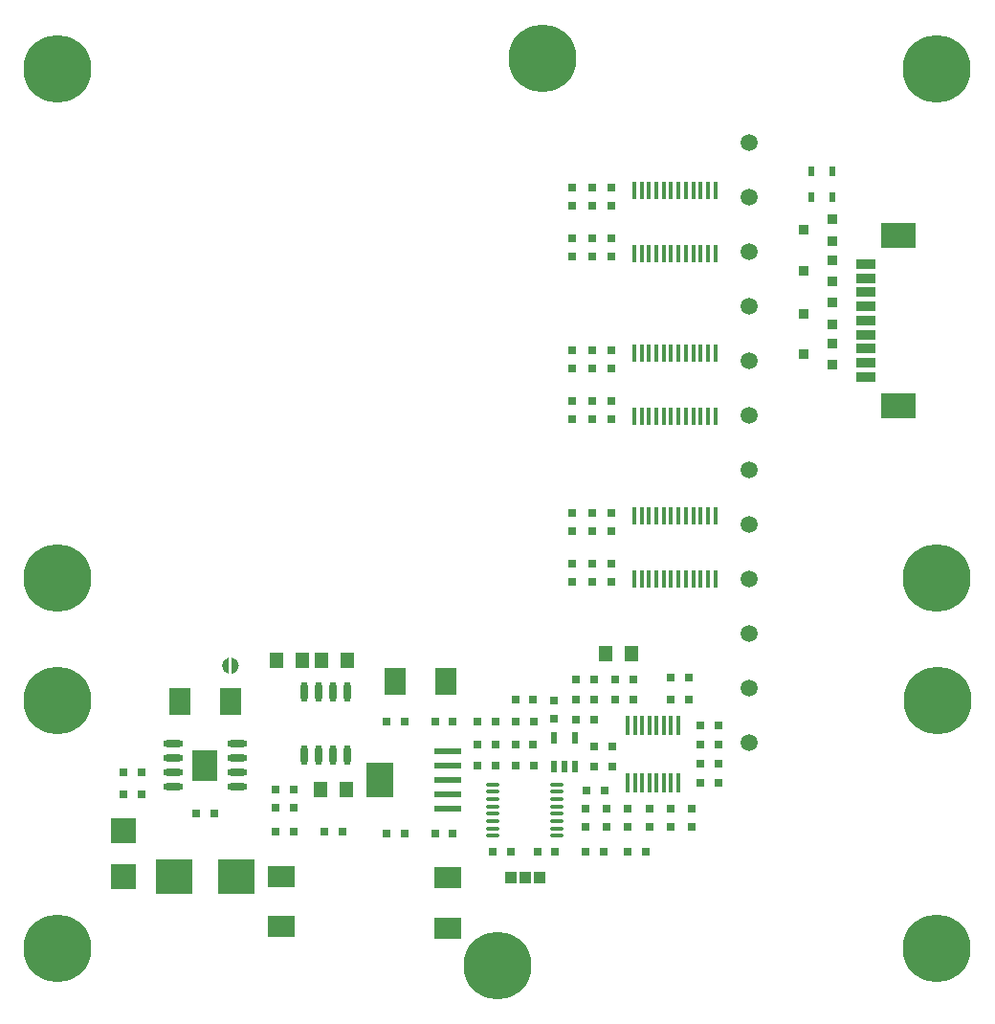
<source format=gbr>
G04*
G04 #@! TF.GenerationSoftware,Altium Limited,Altium Designer,25.8.1 (18)*
G04*
G04 Layer_Color=255*
%FSLAX44Y44*%
%MOMM*%
G71*
G04*
G04 #@! TF.SameCoordinates,68482A9D-35D4-4593-95C8-0FE79975008A*
G04*
G04*
G04 #@! TF.FilePolarity,Positive*
G04*
G01*
G75*
%ADD20R,0.3500X1.8000*%
%ADD21R,1.0500X1.0500*%
%ADD22R,0.8000X0.7000*%
%ADD23R,2.3455X0.6325*%
%ADD24R,2.3455X3.1725*%
%ADD25R,0.7000X0.8000*%
%ADD26R,2.3000X2.8000*%
%ADD27O,1.8000X0.6000*%
%ADD28R,1.8796X2.3622*%
%ADD29R,0.9500X0.9000*%
%ADD30R,0.3500X1.5000*%
%ADD31O,0.6000X1.8000*%
%ADD32R,1.2696X1.3462*%
%ADD33R,2.3000X2.2860*%
%ADD34R,2.3622X1.8796*%
%ADD35O,1.3000X0.3500*%
%ADD36R,0.6000X1.0000*%
%ADD37R,1.7018X0.8128*%
%ADD38R,3.0988X2.2098*%
%ADD39R,0.8000X0.7000*%
%ADD40R,3.3000X3.1500*%
%ADD41R,0.6000X0.9000*%
%ADD67C,6.0000*%
%ADD73C,1.5000*%
%ADD83C,0.8000*%
%ADD84C,0.7000*%
G36*
G01X190221Y293689D02*
G02Y278916I-1302J-7386D01*
G01Y293689D01*
D02*
G37*
G36*
G01X187619Y278916D02*
G02Y293689I1302J7386D01*
G01Y278916D01*
D02*
G37*
D20*
X566250Y233807D02*
D03*
X578950D02*
D03*
X547200D02*
D03*
X553550D02*
D03*
X572600D02*
D03*
X585300D02*
D03*
X559900D02*
D03*
X540850D02*
D03*
Y182753D02*
D03*
X547200D02*
D03*
X553550D02*
D03*
X559900D02*
D03*
X572600D02*
D03*
X578950D02*
D03*
X585300D02*
D03*
X566250D02*
D03*
D21*
X449518Y98870D02*
D03*
X462218D02*
D03*
X436818D02*
D03*
D22*
X475018Y255650D02*
D03*
X508980Y648760D02*
D03*
Y504760D02*
D03*
X244600Y161100D02*
D03*
X596900Y144020D02*
D03*
X491640Y360760D02*
D03*
X508980D02*
D03*
X491640Y504760D02*
D03*
Y648760D02*
D03*
Y693240D02*
D03*
Y709240D02*
D03*
Y664760D02*
D03*
Y549240D02*
D03*
Y565240D02*
D03*
Y520760D02*
D03*
Y405240D02*
D03*
Y421240D02*
D03*
X526320Y376760D02*
D03*
Y360760D02*
D03*
X508980Y376760D02*
D03*
X491640D02*
D03*
X521970Y159650D02*
D03*
Y143650D02*
D03*
X502920Y160020D02*
D03*
Y144020D02*
D03*
X540850Y160020D02*
D03*
Y144020D02*
D03*
X559900Y160020D02*
D03*
Y144020D02*
D03*
X578950D02*
D03*
Y160020D02*
D03*
X596900D02*
D03*
X244600Y177100D02*
D03*
X228600D02*
D03*
Y161100D02*
D03*
X526320Y504760D02*
D03*
Y648760D02*
D03*
X508980Y693240D02*
D03*
Y549240D02*
D03*
Y405240D02*
D03*
X526320D02*
D03*
Y693240D02*
D03*
X475018Y239650D02*
D03*
X508980Y565240D02*
D03*
Y421240D02*
D03*
X526320Y709240D02*
D03*
Y520760D02*
D03*
Y421240D02*
D03*
Y664760D02*
D03*
X508980Y520760D02*
D03*
Y664760D02*
D03*
Y709240D02*
D03*
D23*
X381254Y185207D02*
D03*
Y172507D02*
D03*
Y159806D02*
D03*
Y210606D02*
D03*
Y197906D02*
D03*
D24*
X321047Y185207D02*
D03*
D25*
X457108Y236767D02*
D03*
X556850Y121920D02*
D03*
X476518D02*
D03*
X519810Y176237D02*
D03*
X287814Y139320D02*
D03*
X110490Y172530D02*
D03*
X327219Y138240D02*
D03*
Y236920D02*
D03*
X441108Y198120D02*
D03*
X510540Y214550D02*
D03*
X494457Y256540D02*
D03*
Y274320D02*
D03*
X620985Y182753D02*
D03*
X604985Y233807D02*
D03*
X407670Y236767D02*
D03*
X423670D02*
D03*
X407670Y198120D02*
D03*
X423670D02*
D03*
X620985Y233807D02*
D03*
X604985Y199771D02*
D03*
X620985D02*
D03*
X604985Y182753D02*
D03*
X594950Y275590D02*
D03*
X578950D02*
D03*
Y256540D02*
D03*
X594950D02*
D03*
X510457Y274320D02*
D03*
X494540Y238760D02*
D03*
X510540D02*
D03*
X510457Y256540D02*
D03*
X526540Y214550D02*
D03*
X437018Y121920D02*
D03*
X421018D02*
D03*
X526540Y196800D02*
D03*
X510540D02*
D03*
X457108Y198120D02*
D03*
X369926Y236920D02*
D03*
X385926D02*
D03*
X343219D02*
D03*
X369926Y138216D02*
D03*
X385926D02*
D03*
X343219Y138240D02*
D03*
X94490Y191811D02*
D03*
X110490D02*
D03*
X94490Y172530D02*
D03*
X244600Y139320D02*
D03*
X228600D02*
D03*
X271814D02*
D03*
X407670Y216993D02*
D03*
X423670D02*
D03*
X545746Y256540D02*
D03*
Y274320D02*
D03*
X502920Y121920D02*
D03*
X174570Y156020D02*
D03*
X158570D02*
D03*
X503810Y176237D02*
D03*
X604985Y216789D02*
D03*
X620985D02*
D03*
X441108Y236767D02*
D03*
X457016Y256540D02*
D03*
X441016D02*
D03*
Y216993D02*
D03*
X457016D02*
D03*
X540850Y121920D02*
D03*
X460518D02*
D03*
X518920D02*
D03*
X529746Y274320D02*
D03*
Y256540D02*
D03*
D26*
X166570Y198161D02*
D03*
D27*
X138320Y204511D02*
D03*
Y191811D02*
D03*
Y217211D02*
D03*
Y179111D02*
D03*
X194820Y217211D02*
D03*
Y204511D02*
D03*
Y191811D02*
D03*
Y179111D02*
D03*
D28*
X334872Y272811D02*
D03*
X188922Y255080D02*
D03*
X144218D02*
D03*
X379576Y272811D02*
D03*
D29*
X696380Y562046D02*
D03*
Y671766D02*
D03*
Y635538D02*
D03*
Y598038D02*
D03*
X721380Y571546D02*
D03*
Y588538D02*
D03*
Y552546D02*
D03*
Y681266D02*
D03*
Y662266D02*
D03*
Y645038D02*
D03*
Y626038D02*
D03*
Y607538D02*
D03*
D30*
X565950Y650806D02*
D03*
Y362806D02*
D03*
Y506806D02*
D03*
X559450D02*
D03*
X598450Y563194D02*
D03*
X598450Y506806D02*
D03*
X611450Y563194D02*
D03*
X546450D02*
D03*
X578950Y506806D02*
D03*
X578950Y563194D02*
D03*
X591950Y506806D02*
D03*
Y563194D02*
D03*
X604950D02*
D03*
X617950Y506806D02*
D03*
X604950D02*
D03*
X617950Y563194D02*
D03*
X585450D02*
D03*
X559450D02*
D03*
X546450Y506806D02*
D03*
X611450D02*
D03*
X552950Y563194D02*
D03*
X572450Y506806D02*
D03*
X572450Y563194D02*
D03*
X585450Y506806D02*
D03*
X565950Y563194D02*
D03*
X552950Y506806D02*
D03*
Y362806D02*
D03*
Y650806D02*
D03*
X565950Y419194D02*
D03*
Y707194D02*
D03*
X546450Y650806D02*
D03*
Y362806D02*
D03*
X559450Y650806D02*
D03*
X617950Y707194D02*
D03*
Y650806D02*
D03*
X604950D02*
D03*
Y707194D02*
D03*
X617950Y419194D02*
D03*
Y362806D02*
D03*
X604950D02*
D03*
Y419194D02*
D03*
X591950Y707194D02*
D03*
Y650806D02*
D03*
Y419194D02*
D03*
X578950Y707194D02*
D03*
X578950Y650806D02*
D03*
X578950Y419194D02*
D03*
X591950Y362806D02*
D03*
X578950D02*
D03*
X546450Y707194D02*
D03*
Y419194D02*
D03*
X559450D02*
D03*
X559450Y362806D02*
D03*
X572450D02*
D03*
X585450D02*
D03*
X598450D02*
D03*
X611450D02*
D03*
X611450Y419194D02*
D03*
X598450D02*
D03*
X585450D02*
D03*
X572450D02*
D03*
X552950D02*
D03*
X572450Y650806D02*
D03*
X585450D02*
D03*
X598450D02*
D03*
X611450D02*
D03*
X611450Y707194D02*
D03*
X598450D02*
D03*
X585450D02*
D03*
X572450D02*
D03*
X559450D02*
D03*
X552950D02*
D03*
D31*
X279746Y263438D02*
D03*
Y206938D02*
D03*
X292446Y263438D02*
D03*
X254347Y206938D02*
D03*
X267047D02*
D03*
X292446D02*
D03*
X254347Y263438D02*
D03*
X267047D02*
D03*
D32*
X252732Y291099D02*
D03*
X269582D02*
D03*
X520696Y297180D02*
D03*
X543560D02*
D03*
X292446Y291099D02*
D03*
X291179Y177100D02*
D03*
X268314D02*
D03*
X229868Y291099D02*
D03*
D33*
X94490Y140140D02*
D03*
Y100140D02*
D03*
D34*
X234188Y55436D02*
D03*
X381254Y54166D02*
D03*
Y98870D02*
D03*
X234188Y100140D02*
D03*
D35*
X478018Y162000D02*
D03*
Y168500D02*
D03*
X421018Y149000D02*
D03*
X478018Y142500D02*
D03*
Y181500D02*
D03*
X421018Y155500D02*
D03*
Y168500D02*
D03*
Y175000D02*
D03*
Y181500D02*
D03*
Y162000D02*
D03*
X478018Y175000D02*
D03*
Y155500D02*
D03*
Y149000D02*
D03*
X421018Y142500D02*
D03*
X478018Y136000D02*
D03*
X421018D02*
D03*
D36*
X484518Y196800D02*
D03*
X475018Y222300D02*
D03*
Y196800D02*
D03*
X494018D02*
D03*
Y222300D02*
D03*
D37*
X750955Y554252D02*
D03*
Y641752D02*
D03*
Y629252D02*
D03*
Y616752D02*
D03*
Y591752D02*
D03*
Y579252D02*
D03*
Y604252D02*
D03*
Y566752D02*
D03*
Y541752D02*
D03*
D38*
X779955Y516252D02*
D03*
Y667252D02*
D03*
D39*
X526320Y565240D02*
D03*
X526321Y549240D02*
D03*
D40*
X194070Y100140D02*
D03*
X139070D02*
D03*
D41*
X703221Y701039D02*
D03*
Y723899D02*
D03*
X721380Y723900D02*
D03*
Y701040D02*
D03*
D67*
X36000Y36000D02*
D03*
X425000Y21000D02*
D03*
X36000Y364000D02*
D03*
Y256000D02*
D03*
X814000Y36000D02*
D03*
X814477Y256000D02*
D03*
X814000Y364000D02*
D03*
Y814000D02*
D03*
X36000D02*
D03*
X465300Y824000D02*
D03*
D73*
X647700Y701040D02*
D03*
Y508000D02*
D03*
Y459740D02*
D03*
Y363220D02*
D03*
Y749300D02*
D03*
Y411480D02*
D03*
Y218440D02*
D03*
Y314960D02*
D03*
Y266700D02*
D03*
Y652780D02*
D03*
Y604520D02*
D03*
Y556260D02*
D03*
D83*
X57120Y27252D02*
D03*
X27252Y14880D02*
D03*
X14880Y44748D02*
D03*
X44748Y57120D02*
D03*
X57120Y44748D02*
D03*
X44748Y14880D02*
D03*
X14880Y27252D02*
D03*
X27252Y57120D02*
D03*
Y385120D02*
D03*
X14880Y355252D02*
D03*
X44748Y342880D02*
D03*
X57120Y372748D02*
D03*
X44748Y385120D02*
D03*
X14880Y372748D02*
D03*
X27252Y342880D02*
D03*
X57120Y355252D02*
D03*
X27252Y277120D02*
D03*
X14880Y247252D02*
D03*
X44748Y234880D02*
D03*
X57120Y264748D02*
D03*
X44748Y277120D02*
D03*
X14880Y264748D02*
D03*
X27252Y234880D02*
D03*
X57120Y247252D02*
D03*
X805252Y57120D02*
D03*
X792880Y27252D02*
D03*
X822748Y14880D02*
D03*
X835120Y44748D02*
D03*
X822748Y57120D02*
D03*
X792880Y44748D02*
D03*
X805252Y14880D02*
D03*
X835120Y27252D02*
D03*
X805729Y277120D02*
D03*
X793357Y247252D02*
D03*
X823225Y234880D02*
D03*
X835597Y264748D02*
D03*
X823225Y277120D02*
D03*
X793357Y264748D02*
D03*
X805729Y234880D02*
D03*
X835597Y247252D02*
D03*
X805252Y385120D02*
D03*
X792880Y355252D02*
D03*
X822748Y342880D02*
D03*
X835120Y372748D02*
D03*
X822748Y385120D02*
D03*
X792880Y372748D02*
D03*
X805252Y342880D02*
D03*
X835120Y355252D02*
D03*
X805252Y835120D02*
D03*
X792880Y805252D02*
D03*
X822748Y792880D02*
D03*
X835120Y822748D02*
D03*
X822748Y835120D02*
D03*
X792880Y822748D02*
D03*
X805252Y792880D02*
D03*
X835120Y805252D02*
D03*
X27252Y835120D02*
D03*
X14880Y805252D02*
D03*
X44748Y792880D02*
D03*
X57120Y822748D02*
D03*
X44748Y835120D02*
D03*
X14880Y822748D02*
D03*
X27252Y792880D02*
D03*
X57120Y805252D02*
D03*
D84*
X456552Y845120D02*
D03*
X444180Y815252D02*
D03*
X474048Y802880D02*
D03*
X486420Y832748D02*
D03*
X474048Y845120D02*
D03*
X444180Y832748D02*
D03*
X456552Y802880D02*
D03*
X486420Y815252D02*
D03*
M02*

</source>
